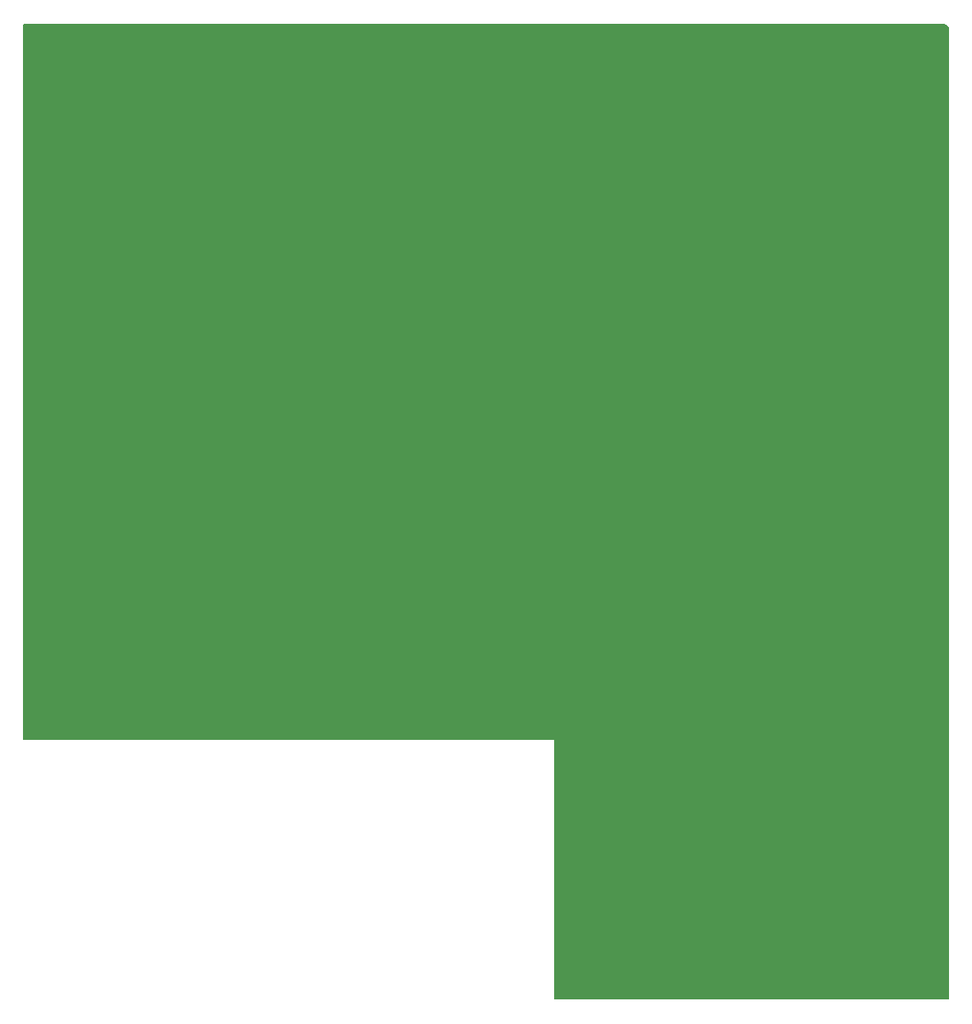
<source format=gm1>
%TF.GenerationSoftware,KiCad,Pcbnew,(6.0.1)*%
%TF.CreationDate,2022-03-10T19:24:07-06:00*%
%TF.ProjectId,arliang2_good2go,61726c69-616e-4673-925f-676f6f643267,rev?*%
%TF.SameCoordinates,Original*%
%TF.FileFunction,Profile,NP*%
%FSLAX46Y46*%
G04 Gerber Fmt 4.6, Leading zero omitted, Abs format (unit mm)*
G04 Created by KiCad (PCBNEW (6.0.1)) date 2022-03-10 19:24:07*
%MOMM*%
%LPD*%
G01*
G04 APERTURE LIST*
G04 APERTURE END LIST*
G36*
X192039931Y-42311002D02*
G01*
X192060905Y-42327905D01*
X192368095Y-42635095D01*
X192402121Y-42697407D01*
X192405000Y-42724190D01*
X192405000Y-142749000D01*
X192384998Y-142817121D01*
X192331342Y-142863614D01*
X192279000Y-142875000D01*
X151764000Y-142875000D01*
X151695879Y-142854998D01*
X151649386Y-142801342D01*
X151638000Y-142749000D01*
X151638000Y-116096115D01*
X151633525Y-116080876D01*
X151632135Y-116079671D01*
X151624452Y-116078000D01*
X97027000Y-116078000D01*
X96958879Y-116057998D01*
X96912386Y-116004342D01*
X96901000Y-115952000D01*
X96901000Y-42417000D01*
X96921002Y-42348879D01*
X96974658Y-42302386D01*
X97027000Y-42291000D01*
X191971810Y-42291000D01*
X192039931Y-42311002D01*
G37*
M02*

</source>
